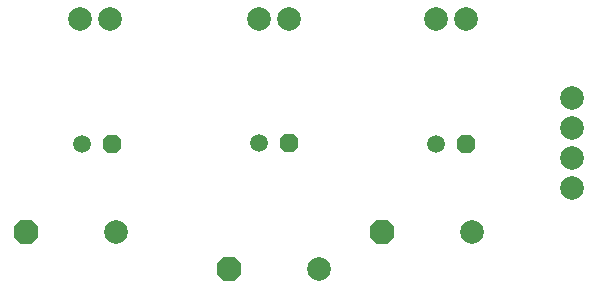
<source format=gbl>
%FSLAX24Y24*%
%MOIN*%
G70*
G01*
G75*
G04 Layer_Physical_Order=2*
G04 Layer_Color=16711680*
%ADD10R,0.0551X0.0374*%
%ADD11C,0.0197*%
%ADD12C,0.0394*%
G04:AMPARAMS|DCode=13|XSize=59.1mil|YSize=59.1mil|CornerRadius=0mil|HoleSize=0mil|Usage=FLASHONLY|Rotation=0.000|XOffset=0mil|YOffset=0mil|HoleType=Round|Shape=Octagon|*
%AMOCTAGOND13*
4,1,8,0.0295,-0.0148,0.0295,0.0148,0.0148,0.0295,-0.0148,0.0295,-0.0295,0.0148,-0.0295,-0.0148,-0.0148,-0.0295,0.0148,-0.0295,0.0295,-0.0148,0.0*
%
%ADD13OCTAGOND13*%

%ADD14C,0.0591*%
%ADD15C,0.0787*%
G04:AMPARAMS|DCode=16|XSize=78.7mil|YSize=78.7mil|CornerRadius=0mil|HoleSize=0mil|Usage=FLASHONLY|Rotation=180.000|XOffset=0mil|YOffset=0mil|HoleType=Round|Shape=Octagon|*
%AMOCTAGOND16*
4,1,8,-0.0394,0.0197,-0.0394,-0.0197,-0.0197,-0.0394,0.0197,-0.0394,0.0394,-0.0197,0.0394,0.0197,0.0197,0.0394,-0.0197,0.0394,-0.0394,0.0197,0.0*
%
%ADD16OCTAGOND16*%

D13*
X16250Y16142D02*
D03*
X22150Y16150D02*
D03*
X28050Y16142D02*
D03*
D14*
X15250D02*
D03*
X21150Y16150D02*
D03*
X27050Y16142D02*
D03*
D15*
X15200Y20300D02*
D03*
X16200D02*
D03*
X27050D02*
D03*
X28050D02*
D03*
X21150D02*
D03*
X22150D02*
D03*
X31600Y17650D02*
D03*
Y16650D02*
D03*
Y15650D02*
D03*
Y14650D02*
D03*
X16400Y13200D02*
D03*
X23154Y11950D02*
D03*
X28250Y13200D02*
D03*
D16*
X13400Y13200D02*
D03*
X20154Y11950D02*
D03*
X25250Y13200D02*
D03*
M02*

</source>
